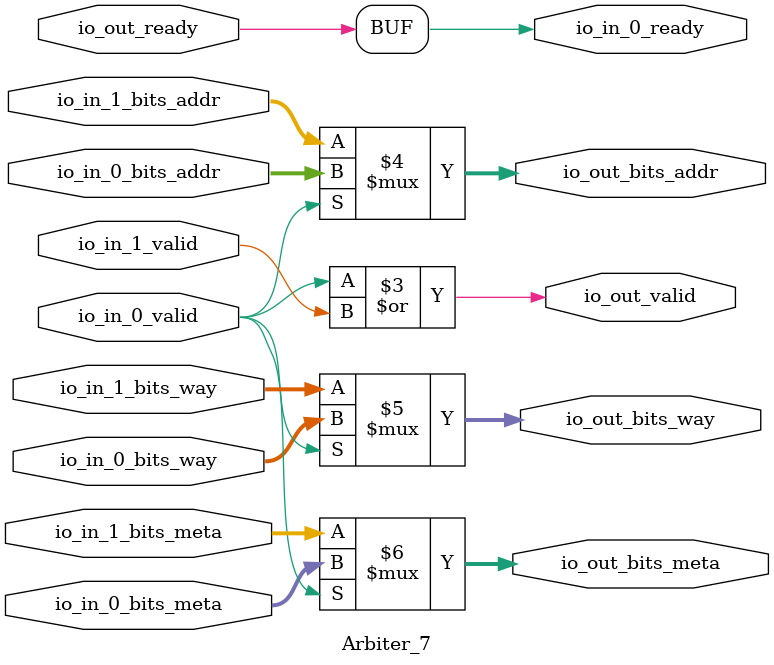
<source format=v>
module Arbiter_7(
  output        io_in_0_ready,
  input         io_in_0_valid,
  input  [31:0] io_in_0_bits_addr,
  input  [7:0]  io_in_0_bits_way,
  input  [1:0]  io_in_0_bits_meta,
  input         io_in_1_valid,
  input  [31:0] io_in_1_bits_addr,
  input  [7:0]  io_in_1_bits_way,
  input  [1:0]  io_in_1_bits_meta,
  input         io_out_ready,
  output        io_out_valid,
  output [31:0] io_out_bits_addr,
  output [7:0]  io_out_bits_way,
  output [1:0]  io_out_bits_meta
);
  wire  grant_1 = ~io_in_0_valid; // @[Arbiter.scala 45:78]
  assign io_in_0_ready = io_out_ready; // @[Arbiter.scala 146:19]
  assign io_out_valid = ~grant_1 | io_in_1_valid; // @[Arbiter.scala 147:31]
  assign io_out_bits_addr = io_in_0_valid ? io_in_0_bits_addr : io_in_1_bits_addr; // @[Arbiter.scala 136:15 138:26 140:19]
  assign io_out_bits_way = io_in_0_valid ? io_in_0_bits_way : io_in_1_bits_way; // @[Arbiter.scala 136:15 138:26 140:19]
  assign io_out_bits_meta = io_in_0_valid ? io_in_0_bits_meta : io_in_1_bits_meta; // @[Arbiter.scala 136:15 138:26 140:19]
endmodule

</source>
